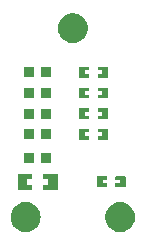
<source format=gbp>
G04 Layer: BottomPasteMaskLayer*
G04 EasyEDA v6.5.51, 2025-11-13 20:27:25*
G04 8135d319d6174492bdc44f612489c6fc,9a5be75d700b4a6385dc1106f27949ae,10*
G04 Gerber Generator version 0.2*
G04 Scale: 100 percent, Rotated: No, Reflected: No *
G04 Dimensions in millimeters *
G04 leading zeros omitted , absolute positions ,4 integer and 5 decimal *
%FSLAX45Y45*%
%MOMM*%

%AMMACRO1*21,1,$1,$2,0,0,$3*%
%ADD10MACRO1,0.8X0.9X0.0000*%
%ADD11C,0.0100*%

%LPD*%
G36*
X537514Y-1433017D02*
G01*
X532485Y-1437995D01*
X532485Y-1566011D01*
X537514Y-1570990D01*
X652475Y-1570990D01*
X657504Y-1566011D01*
X658012Y-1525016D01*
X613003Y-1525016D01*
X613003Y-1480007D01*
X656996Y-1480007D01*
X657504Y-1437995D01*
X652475Y-1433017D01*
G37*
G36*
X752500Y-1433017D02*
G01*
X747522Y-1437995D01*
X747522Y-1480007D01*
X792022Y-1480007D01*
X792022Y-1525016D01*
X747979Y-1525016D01*
X747522Y-1566011D01*
X752500Y-1570990D01*
X867511Y-1570990D01*
X872490Y-1566011D01*
X872490Y-1437995D01*
X867511Y-1433017D01*
G37*
G36*
X1055471Y-529996D02*
G01*
X1050493Y-535025D01*
X1050493Y-614984D01*
X1055471Y-620014D01*
X1135481Y-620014D01*
X1140510Y-614984D01*
X1140510Y-590804D01*
X1103477Y-590804D01*
X1103477Y-557784D01*
X1140510Y-557784D01*
X1140510Y-535025D01*
X1135481Y-529996D01*
G37*
G36*
X1215491Y-529996D02*
G01*
X1210513Y-535025D01*
X1210513Y-557784D01*
X1248511Y-557784D01*
X1248511Y-590804D01*
X1210513Y-590804D01*
X1210513Y-614984D01*
X1215491Y-620014D01*
X1294485Y-620014D01*
X1299514Y-614984D01*
X1299514Y-535025D01*
X1294485Y-529996D01*
G37*
G36*
X1055471Y-705002D02*
G01*
X1050493Y-709980D01*
X1050493Y-789990D01*
X1055471Y-795020D01*
X1135481Y-795020D01*
X1140510Y-789990D01*
X1140510Y-765810D01*
X1103477Y-765810D01*
X1103477Y-732790D01*
X1140510Y-732790D01*
X1140510Y-709980D01*
X1135481Y-705002D01*
G37*
G36*
X1215491Y-705002D02*
G01*
X1210513Y-709980D01*
X1210513Y-732790D01*
X1248511Y-732790D01*
X1248511Y-765810D01*
X1210513Y-765810D01*
X1210513Y-789990D01*
X1215491Y-795020D01*
X1294485Y-795020D01*
X1299514Y-789990D01*
X1299514Y-709980D01*
X1294485Y-705002D01*
G37*
G36*
X1055522Y-880008D02*
G01*
X1050493Y-884986D01*
X1050493Y-964996D01*
X1055522Y-969975D01*
X1135481Y-969975D01*
X1140510Y-964996D01*
X1140510Y-940816D01*
X1103477Y-940816D01*
X1103477Y-907796D01*
X1140510Y-907796D01*
X1140510Y-884986D01*
X1135481Y-880008D01*
G37*
G36*
X1215491Y-880008D02*
G01*
X1210513Y-884986D01*
X1210513Y-907796D01*
X1248511Y-907796D01*
X1248511Y-940816D01*
X1210513Y-940816D01*
X1210513Y-964996D01*
X1215491Y-969975D01*
X1294485Y-969975D01*
X1299514Y-964996D01*
X1299514Y-884986D01*
X1294485Y-880008D01*
G37*
G36*
X1055471Y-1055014D02*
G01*
X1050493Y-1059992D01*
X1050493Y-1140002D01*
X1055471Y-1144981D01*
X1135481Y-1144981D01*
X1140510Y-1140002D01*
X1140510Y-1115822D01*
X1103477Y-1115822D01*
X1103477Y-1082802D01*
X1140510Y-1082802D01*
X1140510Y-1059992D01*
X1135481Y-1055014D01*
G37*
G36*
X1215491Y-1055014D02*
G01*
X1210513Y-1059992D01*
X1210513Y-1082802D01*
X1248511Y-1082802D01*
X1248511Y-1115822D01*
X1210513Y-1115822D01*
X1210513Y-1140002D01*
X1215491Y-1144981D01*
X1294485Y-1144981D01*
X1299514Y-1140002D01*
X1299514Y-1059992D01*
X1294485Y-1055014D01*
G37*
G36*
X1205484Y-1455013D02*
G01*
X1200505Y-1459992D01*
X1200505Y-1540002D01*
X1205484Y-1544980D01*
X1285494Y-1544980D01*
X1290472Y-1540002D01*
X1290472Y-1515821D01*
X1253490Y-1515821D01*
X1253490Y-1482801D01*
X1290472Y-1482801D01*
X1290472Y-1459992D01*
X1285494Y-1455013D01*
G37*
G36*
X1365504Y-1455013D02*
G01*
X1360474Y-1459992D01*
X1360474Y-1482801D01*
X1398473Y-1482801D01*
X1398473Y-1515821D01*
X1360474Y-1515821D01*
X1360474Y-1540002D01*
X1365504Y-1544980D01*
X1444498Y-1544980D01*
X1449476Y-1540002D01*
X1449476Y-1459992D01*
X1444498Y-1455013D01*
G37*
D10*
G01*
X769998Y-575000D03*
G01*
X629998Y-575000D03*
G01*
X769998Y-749998D03*
G01*
X629998Y-749998D03*
G01*
X770001Y-924999D03*
G01*
X630001Y-924999D03*
G01*
X769998Y-1099997D03*
G01*
X629998Y-1099997D03*
G36*
X726084Y-1784680D02*
G01*
X723315Y-1769592D01*
X718743Y-1754962D01*
X712444Y-1740966D01*
X704519Y-1727860D01*
X695070Y-1715770D01*
X684225Y-1704924D01*
X672134Y-1695475D01*
X659028Y-1687550D01*
X645032Y-1681251D01*
X630402Y-1676679D01*
X615314Y-1673910D01*
X599998Y-1672996D01*
X584682Y-1673910D01*
X569595Y-1676679D01*
X554964Y-1681251D01*
X540969Y-1687550D01*
X527862Y-1695475D01*
X515772Y-1704924D01*
X504926Y-1715770D01*
X495477Y-1727860D01*
X487553Y-1740966D01*
X481253Y-1754962D01*
X476681Y-1769592D01*
X473913Y-1784680D01*
X472998Y-1799996D01*
X473913Y-1815312D01*
X476681Y-1830400D01*
X481253Y-1845030D01*
X487553Y-1859026D01*
X495477Y-1872132D01*
X504926Y-1884222D01*
X515772Y-1895068D01*
X527862Y-1904517D01*
X540969Y-1912442D01*
X554964Y-1918741D01*
X569595Y-1923313D01*
X584682Y-1926081D01*
X599998Y-1926996D01*
X615314Y-1926081D01*
X630402Y-1923313D01*
X645032Y-1918741D01*
X659028Y-1912442D01*
X672134Y-1904517D01*
X684225Y-1895068D01*
X695070Y-1884222D01*
X704519Y-1872132D01*
X712444Y-1859026D01*
X718743Y-1845030D01*
X723315Y-1830400D01*
X726084Y-1815312D01*
X726998Y-1799996D01*
G37*
G36*
X1526082Y-1784680D02*
G01*
X1523314Y-1769592D01*
X1518742Y-1754962D01*
X1512443Y-1740966D01*
X1504518Y-1727860D01*
X1495069Y-1715770D01*
X1484223Y-1704924D01*
X1472133Y-1695475D01*
X1459026Y-1687550D01*
X1445031Y-1681251D01*
X1430401Y-1676679D01*
X1415313Y-1673910D01*
X1399997Y-1672996D01*
X1384680Y-1673910D01*
X1369593Y-1676679D01*
X1354962Y-1681251D01*
X1340967Y-1687550D01*
X1327861Y-1695475D01*
X1315770Y-1704924D01*
X1304925Y-1715770D01*
X1295476Y-1727860D01*
X1287551Y-1740966D01*
X1281252Y-1754962D01*
X1276680Y-1769592D01*
X1273911Y-1784680D01*
X1272997Y-1799996D01*
X1273911Y-1815312D01*
X1276680Y-1830400D01*
X1281252Y-1845030D01*
X1287551Y-1859026D01*
X1295476Y-1872132D01*
X1304925Y-1884222D01*
X1315770Y-1895068D01*
X1327861Y-1904517D01*
X1340967Y-1912442D01*
X1354962Y-1918741D01*
X1369593Y-1923313D01*
X1384680Y-1926081D01*
X1399997Y-1926996D01*
X1415313Y-1926081D01*
X1430401Y-1923313D01*
X1445031Y-1918741D01*
X1459026Y-1912442D01*
X1472133Y-1904517D01*
X1484223Y-1895068D01*
X1495069Y-1884222D01*
X1504518Y-1872132D01*
X1512443Y-1859026D01*
X1518742Y-1845030D01*
X1523314Y-1830400D01*
X1526082Y-1815312D01*
X1526997Y-1799996D01*
G37*
G01*
X769998Y-1299997D03*
G01*
X629998Y-1299997D03*
G36*
X1126083Y-184683D02*
G01*
X1123314Y-169595D01*
X1118743Y-154965D01*
X1112443Y-140970D01*
X1104519Y-127863D01*
X1095070Y-115773D01*
X1084224Y-104927D01*
X1072134Y-95478D01*
X1059027Y-87553D01*
X1045032Y-81254D01*
X1030401Y-76682D01*
X1015314Y-73913D01*
X999997Y-72999D01*
X984681Y-73913D01*
X969594Y-76682D01*
X954963Y-81254D01*
X940968Y-87553D01*
X927862Y-95478D01*
X915771Y-104927D01*
X904925Y-115773D01*
X895477Y-127863D01*
X887552Y-140970D01*
X881253Y-154965D01*
X876680Y-169595D01*
X873912Y-184683D01*
X872997Y-199999D01*
X873912Y-215315D01*
X876680Y-230403D01*
X881253Y-245033D01*
X887552Y-259029D01*
X895477Y-272135D01*
X904925Y-284226D01*
X915771Y-295071D01*
X927862Y-304520D01*
X940968Y-312445D01*
X954963Y-318744D01*
X969594Y-323316D01*
X984681Y-326085D01*
X999997Y-326999D01*
X1015314Y-326085D01*
X1030401Y-323316D01*
X1045032Y-318744D01*
X1059027Y-312445D01*
X1072134Y-304520D01*
X1084224Y-295071D01*
X1095070Y-284226D01*
X1104519Y-272135D01*
X1112443Y-259029D01*
X1118743Y-245033D01*
X1123314Y-230403D01*
X1126083Y-215315D01*
X1126997Y-199999D01*
G37*
M02*

</source>
